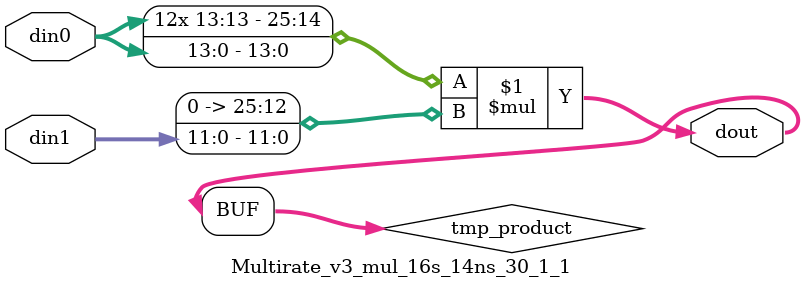
<source format=v>

`timescale 1 ns / 1 ps

 module Multirate_v3_mul_16s_14ns_30_1_1(din0, din1, dout);
parameter ID = 1;
parameter NUM_STAGE = 0;
parameter din0_WIDTH = 14;
parameter din1_WIDTH = 12;
parameter dout_WIDTH = 26;

input [din0_WIDTH - 1 : 0] din0; 
input [din1_WIDTH - 1 : 0] din1; 
output [dout_WIDTH - 1 : 0] dout;

wire signed [dout_WIDTH - 1 : 0] tmp_product;


























assign tmp_product = $signed(din0) * $signed({1'b0, din1});









assign dout = tmp_product;





















endmodule

</source>
